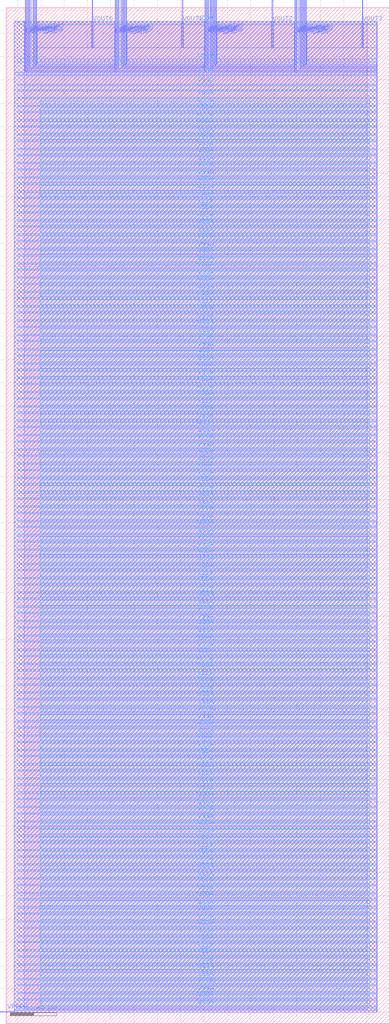
<source format=lef>
VERSION 5.7 ;
  NOWIREEXTENSIONATPIN ON ;
  DIVIDERCHAR "/" ;
  BUSBITCHARS "[]" ;
MACRO dac_top
  CLASS BLOCK ;
  FOREIGN dac_top ;
  ORIGIN 5.000 5.000 ;
  SIZE 164.520 BY 436.055 ;
  PIN VDDA
    DIRECTION INOUT ;
    USE POWER ;
    PORT
      LAYER met3 ;
        RECT 0.000 423.615 154.520 425.115 ;
    END
    PORT
      LAYER met3 ;
        RECT 0.000 401.915 154.520 402.415 ;
    END
    PORT
      LAYER met3 ;
        RECT 0.000 5.155 154.520 5.855 ;
    END
    PORT
      LAYER met3 ;
        RECT 0.000 11.295 154.520 11.995 ;
    END
    PORT
      LAYER met3 ;
        RECT 0.000 17.435 154.520 18.135 ;
    END
    PORT
      LAYER met3 ;
        RECT 0.000 23.575 154.520 24.275 ;
    END
    PORT
      LAYER met3 ;
        RECT 0.000 29.715 154.520 30.415 ;
    END
    PORT
      LAYER met3 ;
        RECT 0.000 35.855 154.520 36.555 ;
    END
    PORT
      LAYER met3 ;
        RECT 0.000 41.995 154.520 42.695 ;
    END
    PORT
      LAYER met3 ;
        RECT 0.000 48.135 154.520 48.835 ;
    END
    PORT
      LAYER met3 ;
        RECT 0.000 54.275 154.520 54.975 ;
    END
    PORT
      LAYER met3 ;
        RECT 0.000 60.415 154.520 61.115 ;
    END
    PORT
      LAYER met3 ;
        RECT 0.000 66.555 154.520 67.255 ;
    END
    PORT
      LAYER met3 ;
        RECT 0.000 72.695 154.520 73.395 ;
    END
    PORT
      LAYER met3 ;
        RECT 0.000 78.835 154.520 79.535 ;
    END
    PORT
      LAYER met3 ;
        RECT 0.000 84.975 154.520 85.675 ;
    END
    PORT
      LAYER met3 ;
        RECT 0.000 91.115 154.520 91.815 ;
    END
    PORT
      LAYER met3 ;
        RECT 0.000 97.255 154.520 97.955 ;
    END
    PORT
      LAYER met3 ;
        RECT 0.000 103.395 154.520 104.095 ;
    END
    PORT
      LAYER met3 ;
        RECT 0.000 109.535 154.520 110.235 ;
    END
    PORT
      LAYER met3 ;
        RECT 0.000 115.675 154.520 116.375 ;
    END
    PORT
      LAYER met3 ;
        RECT 0.000 121.815 154.520 122.515 ;
    END
    PORT
      LAYER met3 ;
        RECT 0.000 127.955 154.520 128.655 ;
    END
    PORT
      LAYER met3 ;
        RECT 0.000 134.095 154.520 134.795 ;
    END
    PORT
      LAYER met3 ;
        RECT 0.000 140.235 154.520 140.935 ;
    END
    PORT
      LAYER met3 ;
        RECT 0.000 146.375 154.520 147.075 ;
    END
    PORT
      LAYER met3 ;
        RECT 0.000 152.515 154.520 153.215 ;
    END
    PORT
      LAYER met3 ;
        RECT 0.000 158.655 154.520 159.355 ;
    END
    PORT
      LAYER met3 ;
        RECT 0.000 164.795 154.520 165.495 ;
    END
    PORT
      LAYER met3 ;
        RECT 0.000 170.935 154.520 171.635 ;
    END
    PORT
      LAYER met3 ;
        RECT 0.000 177.075 154.520 177.775 ;
    END
    PORT
      LAYER met3 ;
        RECT 0.000 183.215 154.520 183.915 ;
    END
    PORT
      LAYER met3 ;
        RECT 0.000 189.355 154.520 190.055 ;
    END
    PORT
      LAYER met3 ;
        RECT 0.000 195.495 154.520 196.195 ;
    END
    PORT
      LAYER met3 ;
        RECT 0.000 201.635 154.520 202.335 ;
    END
    PORT
      LAYER met3 ;
        RECT 0.000 207.775 154.520 208.475 ;
    END
    PORT
      LAYER met3 ;
        RECT 0.000 213.915 154.520 214.615 ;
    END
    PORT
      LAYER met3 ;
        RECT 0.000 220.055 154.520 220.755 ;
    END
    PORT
      LAYER met3 ;
        RECT 0.000 226.195 154.520 226.895 ;
    END
    PORT
      LAYER met3 ;
        RECT 0.000 232.335 154.520 233.035 ;
    END
    PORT
      LAYER met3 ;
        RECT 0.000 238.475 154.520 239.175 ;
    END
    PORT
      LAYER met3 ;
        RECT 0.000 244.615 154.520 245.315 ;
    END
    PORT
      LAYER met3 ;
        RECT 0.000 250.755 154.520 251.455 ;
    END
    PORT
      LAYER met3 ;
        RECT 0.000 256.895 154.520 257.595 ;
    END
    PORT
      LAYER met3 ;
        RECT 0.000 263.035 154.520 263.735 ;
    END
    PORT
      LAYER met3 ;
        RECT 0.000 269.175 154.520 269.875 ;
    END
    PORT
      LAYER met3 ;
        RECT 0.000 275.315 154.520 276.015 ;
    END
    PORT
      LAYER met3 ;
        RECT 0.000 281.455 154.520 282.155 ;
    END
    PORT
      LAYER met3 ;
        RECT 0.000 287.595 154.520 288.295 ;
    END
    PORT
      LAYER met3 ;
        RECT 0.000 293.735 154.520 294.435 ;
    END
    PORT
      LAYER met3 ;
        RECT 0.000 299.875 154.520 300.575 ;
    END
    PORT
      LAYER met3 ;
        RECT 0.000 306.015 154.520 306.715 ;
    END
    PORT
      LAYER met3 ;
        RECT 0.000 312.155 154.520 312.855 ;
    END
    PORT
      LAYER met3 ;
        RECT 0.000 318.295 154.520 318.995 ;
    END
    PORT
      LAYER met3 ;
        RECT 0.000 324.435 154.520 325.135 ;
    END
    PORT
      LAYER met3 ;
        RECT 0.000 330.575 154.520 331.275 ;
    END
    PORT
      LAYER met3 ;
        RECT 0.000 336.715 154.520 337.415 ;
    END
    PORT
      LAYER met3 ;
        RECT 0.000 342.855 154.520 343.555 ;
    END
    PORT
      LAYER met3 ;
        RECT 0.000 348.995 154.520 349.695 ;
    END
    PORT
      LAYER met3 ;
        RECT 0.000 355.135 154.520 355.835 ;
    END
    PORT
      LAYER met3 ;
        RECT 0.000 361.275 154.520 361.975 ;
    END
    PORT
      LAYER met3 ;
        RECT 0.000 367.415 154.520 368.115 ;
    END
    PORT
      LAYER met3 ;
        RECT 0.000 373.555 154.520 374.255 ;
    END
    PORT
      LAYER met3 ;
        RECT 0.000 379.695 154.520 380.395 ;
    END
    PORT
      LAYER met3 ;
        RECT 0.000 385.835 154.520 386.535 ;
    END
    PORT
      LAYER met3 ;
        RECT 0.000 391.975 154.520 392.675 ;
    END
  END VDDA
  PIN VSSA
    DIRECTION INOUT ;
    USE GROUND ;
    PORT
      LAYER met3 ;
        RECT 0.000 407.565 154.520 409.065 ;
    END
    PORT
      LAYER met3 ;
        RECT 0.000 1.705 154.520 2.405 ;
    END
    PORT
      LAYER met3 ;
        RECT 0.000 7.845 154.520 8.545 ;
    END
    PORT
      LAYER met3 ;
        RECT 0.000 13.985 154.520 14.685 ;
    END
    PORT
      LAYER met3 ;
        RECT 0.000 20.125 154.520 20.825 ;
    END
    PORT
      LAYER met3 ;
        RECT 0.000 26.265 154.520 26.965 ;
    END
    PORT
      LAYER met3 ;
        RECT 0.000 32.405 154.520 33.105 ;
    END
    PORT
      LAYER met3 ;
        RECT 0.000 38.545 154.520 39.245 ;
    END
    PORT
      LAYER met3 ;
        RECT 0.000 44.685 154.520 45.385 ;
    END
    PORT
      LAYER met3 ;
        RECT 0.000 50.825 154.520 51.525 ;
    END
    PORT
      LAYER met3 ;
        RECT 0.000 56.965 154.520 57.665 ;
    END
    PORT
      LAYER met3 ;
        RECT 0.000 63.105 154.520 63.805 ;
    END
    PORT
      LAYER met3 ;
        RECT 0.000 69.245 154.520 69.945 ;
    END
    PORT
      LAYER met3 ;
        RECT 0.000 75.385 154.520 76.085 ;
    END
    PORT
      LAYER met3 ;
        RECT 0.000 81.525 154.520 82.225 ;
    END
    PORT
      LAYER met3 ;
        RECT 0.000 87.665 154.520 88.365 ;
    END
    PORT
      LAYER met3 ;
        RECT 0.000 93.805 154.520 94.505 ;
    END
    PORT
      LAYER met3 ;
        RECT 0.000 99.945 154.520 100.645 ;
    END
    PORT
      LAYER met3 ;
        RECT 0.000 106.085 154.520 106.785 ;
    END
    PORT
      LAYER met3 ;
        RECT 0.000 112.225 154.520 112.925 ;
    END
    PORT
      LAYER met3 ;
        RECT 0.000 118.365 154.520 119.065 ;
    END
    PORT
      LAYER met3 ;
        RECT 0.000 124.505 154.520 125.205 ;
    END
    PORT
      LAYER met3 ;
        RECT 0.000 130.645 154.520 131.345 ;
    END
    PORT
      LAYER met3 ;
        RECT 0.000 136.785 154.520 137.485 ;
    END
    PORT
      LAYER met3 ;
        RECT 0.000 142.925 154.520 143.625 ;
    END
    PORT
      LAYER met3 ;
        RECT 0.000 149.065 154.520 149.765 ;
    END
    PORT
      LAYER met3 ;
        RECT 0.000 155.205 154.520 155.905 ;
    END
    PORT
      LAYER met3 ;
        RECT 0.000 161.345 154.520 162.045 ;
    END
    PORT
      LAYER met3 ;
        RECT 0.000 167.485 154.520 168.185 ;
    END
    PORT
      LAYER met3 ;
        RECT 0.000 173.625 154.520 174.325 ;
    END
    PORT
      LAYER met3 ;
        RECT 0.000 179.765 154.520 180.465 ;
    END
    PORT
      LAYER met3 ;
        RECT 0.000 185.905 154.520 186.605 ;
    END
    PORT
      LAYER met3 ;
        RECT 0.000 192.045 154.520 192.745 ;
    END
    PORT
      LAYER met3 ;
        RECT 0.000 198.185 154.520 198.885 ;
    END
    PORT
      LAYER met3 ;
        RECT 0.000 204.325 154.520 205.025 ;
    END
    PORT
      LAYER met3 ;
        RECT 0.000 210.465 154.520 211.165 ;
    END
    PORT
      LAYER met3 ;
        RECT 0.000 216.605 154.520 217.305 ;
    END
    PORT
      LAYER met3 ;
        RECT 0.000 222.745 154.520 223.445 ;
    END
    PORT
      LAYER met3 ;
        RECT 0.000 228.885 154.520 229.585 ;
    END
    PORT
      LAYER met3 ;
        RECT 0.000 235.025 154.520 235.725 ;
    END
    PORT
      LAYER met3 ;
        RECT 0.000 241.165 154.520 241.865 ;
    END
    PORT
      LAYER met3 ;
        RECT 0.000 247.305 154.520 248.005 ;
    END
    PORT
      LAYER met3 ;
        RECT 0.000 253.445 154.520 254.145 ;
    END
    PORT
      LAYER met3 ;
        RECT 0.000 259.585 154.520 260.285 ;
    END
    PORT
      LAYER met3 ;
        RECT 0.000 265.725 154.520 266.425 ;
    END
    PORT
      LAYER met3 ;
        RECT 0.000 271.865 154.520 272.565 ;
    END
    PORT
      LAYER met3 ;
        RECT 0.000 278.005 154.520 278.705 ;
    END
    PORT
      LAYER met3 ;
        RECT 0.000 284.145 154.520 284.845 ;
    END
    PORT
      LAYER met3 ;
        RECT 0.000 290.285 154.520 290.985 ;
    END
    PORT
      LAYER met3 ;
        RECT 0.000 296.425 154.520 297.125 ;
    END
    PORT
      LAYER met3 ;
        RECT 0.000 302.565 154.520 303.265 ;
    END
    PORT
      LAYER met3 ;
        RECT 0.000 308.705 154.520 309.405 ;
    END
    PORT
      LAYER met3 ;
        RECT 0.000 314.845 154.520 315.545 ;
    END
    PORT
      LAYER met3 ;
        RECT 0.000 320.985 154.520 321.685 ;
    END
    PORT
      LAYER met3 ;
        RECT 0.000 327.125 154.520 327.825 ;
    END
    PORT
      LAYER met3 ;
        RECT 0.000 333.265 154.520 333.965 ;
    END
    PORT
      LAYER met3 ;
        RECT 0.000 339.405 154.520 340.105 ;
    END
    PORT
      LAYER met3 ;
        RECT 0.000 345.545 154.520 346.245 ;
    END
    PORT
      LAYER met3 ;
        RECT 0.000 351.685 154.520 352.385 ;
    END
    PORT
      LAYER met3 ;
        RECT 0.000 357.825 154.520 358.525 ;
    END
    PORT
      LAYER met3 ;
        RECT 0.000 363.965 154.520 364.665 ;
    END
    PORT
      LAYER met3 ;
        RECT 0.000 370.105 154.520 370.805 ;
    END
    PORT
      LAYER met3 ;
        RECT 0.000 376.245 154.520 376.945 ;
    END
    PORT
      LAYER met3 ;
        RECT 0.000 382.385 154.520 383.085 ;
    END
    PORT
      LAYER met3 ;
        RECT 0.000 388.525 154.520 389.225 ;
    END
  END VSSA
  PIN VCCD
    DIRECTION INOUT ;
    USE POWER ;
    PORT
      LAYER met3 ;
        RECT 0.000 395.265 154.520 395.765 ;
    END
  END VCCD
  PIN VSSD
    DIRECTION INOUT ;
    USE GROUND ;
    PORT
      LAYER met3 ;
        RECT 0.000 397.565 154.520 398.065 ;
    END
  END VSSD
  PIN VREFH
    DIRECTION INPUT ;
    USE SIGNAL ;
    PORT
      LAYER met2 ;
        RECT -7.600 0.000 -1.500 0.500 ;
    END
  END VREFH
  PIN Din0[0]
    DIRECTION INPUT ;
    USE SIGNAL ;
    PORT
      LAYER met2 ;
        RECT 3.210 403.645 3.410 434.300 ;
    END
  END Din0[0]
  PIN Din0[1]
    DIRECTION INPUT ;
    USE SIGNAL ;
    PORT
      LAYER met2 ;
        RECT 3.900 404.095 4.100 434.300 ;
    END
  END Din0[1]
  PIN Din0[2]
    DIRECTION INPUT ;
    USE SIGNAL ;
    PORT
      LAYER met2 ;
        RECT 4.580 404.545 4.780 434.300 ;
    END
  END Din0[2]
  PIN Din0[3]
    DIRECTION INPUT ;
    USE SIGNAL ;
    PORT
      LAYER met2 ;
        RECT 5.250 404.995 5.450 434.300 ;
    END
  END Din0[3]
  PIN Din0[4]
    DIRECTION INPUT ;
    USE SIGNAL ;
    PORT
      LAYER met2 ;
        RECT 5.910 405.455 6.110 434.300 ;
    END
  END Din0[4]
  PIN Din0[5]
    DIRECTION INPUT ;
    USE SIGNAL ;
    PORT
      LAYER met2 ;
        RECT 6.570 405.955 6.770 434.300 ;
    END
  END Din0[5]
  PIN Din0[6]
    DIRECTION INPUT ;
    USE SIGNAL ;
    PORT
      LAYER met2 ;
        RECT 7.230 406.445 7.430 434.300 ;
    END
  END Din0[6]
  PIN Din0[7]
    DIRECTION INPUT ;
    USE SIGNAL ;
    PORT
      LAYER met2 ;
        RECT 7.900 406.985 8.100 434.300 ;
    END
  END Din0[7]
  PIN VOUT0
    DIRECTION OUTPUT ;
    USE SIGNAL ;
    PORT
      LAYER met2 ;
        RECT 32.040 414.115 32.280 434.300 ;
    END
  END VOUT0
  PIN Din1[0]
    DIRECTION INPUT ;
    USE SIGNAL ;
    PORT
      LAYER met2 ;
        RECT 41.840 403.645 42.040 434.300 ;
    END
  END Din1[0]
  PIN Din1[1]
    DIRECTION INPUT ;
    USE SIGNAL ;
    PORT
      LAYER met2 ;
        RECT 42.530 404.095 42.730 434.300 ;
    END
  END Din1[1]
  PIN Din1[2]
    DIRECTION INPUT ;
    USE SIGNAL ;
    PORT
      LAYER met2 ;
        RECT 43.210 404.545 43.410 434.300 ;
    END
  END Din1[2]
  PIN Din1[3]
    DIRECTION INPUT ;
    USE SIGNAL ;
    PORT
      LAYER met2 ;
        RECT 43.880 404.995 44.080 434.300 ;
    END
  END Din1[3]
  PIN Din1[4]
    DIRECTION INPUT ;
    USE SIGNAL ;
    PORT
      LAYER met2 ;
        RECT 44.540 405.455 44.740 434.300 ;
    END
  END Din1[4]
  PIN Din1[5]
    DIRECTION INPUT ;
    USE SIGNAL ;
    PORT
      LAYER met2 ;
        RECT 45.200 405.955 45.400 434.300 ;
    END
  END Din1[5]
  PIN Din1[6]
    DIRECTION INPUT ;
    USE SIGNAL ;
    PORT
      LAYER met2 ;
        RECT 45.860 406.445 46.060 434.300 ;
    END
  END Din1[6]
  PIN Din1[7]
    DIRECTION INPUT ;
    USE SIGNAL ;
    PORT
      LAYER met2 ;
        RECT 46.530 406.985 46.730 434.300 ;
    END
  END Din1[7]
  PIN VOUT1
    DIRECTION OUTPUT ;
    USE SIGNAL ;
    PORT
      LAYER met2 ;
        RECT 70.670 414.115 70.910 434.300 ;
    END
  END VOUT1
  PIN Din2[0]
    DIRECTION INPUT ;
    USE SIGNAL ;
    PORT
      LAYER met2 ;
        RECT 80.470 403.645 80.670 434.300 ;
    END
  END Din2[0]
  PIN Din2[1]
    DIRECTION INPUT ;
    USE SIGNAL ;
    PORT
      LAYER met2 ;
        RECT 81.160 404.095 81.360 434.300 ;
    END
  END Din2[1]
  PIN Din2[2]
    DIRECTION INPUT ;
    USE SIGNAL ;
    PORT
      LAYER met2 ;
        RECT 81.840 404.545 82.040 434.300 ;
    END
  END Din2[2]
  PIN Din2[3]
    DIRECTION INPUT ;
    USE SIGNAL ;
    PORT
      LAYER met2 ;
        RECT 82.510 404.995 82.710 434.300 ;
    END
  END Din2[3]
  PIN Din2[4]
    DIRECTION INPUT ;
    USE SIGNAL ;
    PORT
      LAYER met2 ;
        RECT 83.170 405.455 83.370 434.300 ;
    END
  END Din2[4]
  PIN Din2[5]
    DIRECTION INPUT ;
    USE SIGNAL ;
    PORT
      LAYER met2 ;
        RECT 83.830 405.955 84.030 434.300 ;
    END
  END Din2[5]
  PIN Din2[6]
    DIRECTION INPUT ;
    USE SIGNAL ;
    PORT
      LAYER met2 ;
        RECT 84.490 406.445 84.690 434.300 ;
    END
  END Din2[6]
  PIN Din2[7]
    DIRECTION INPUT ;
    USE SIGNAL ;
    PORT
      LAYER met2 ;
        RECT 85.160 406.985 85.360 434.300 ;
    END
  END Din2[7]
  PIN VOUT2
    DIRECTION OUTPUT ;
    USE SIGNAL ;
    PORT
      LAYER met2 ;
        RECT 109.300 414.115 109.540 434.300 ;
    END
  END VOUT2
  PIN Din3[0]
    DIRECTION INPUT ;
    USE SIGNAL ;
    PORT
      LAYER met2 ;
        RECT 119.100 403.645 119.300 434.300 ;
    END
  END Din3[0]
  PIN Din3[1]
    DIRECTION INPUT ;
    USE SIGNAL ;
    PORT
      LAYER met2 ;
        RECT 119.790 404.095 119.990 434.300 ;
    END
  END Din3[1]
  PIN Din3[2]
    DIRECTION INPUT ;
    USE SIGNAL ;
    PORT
      LAYER met2 ;
        RECT 120.470 404.545 120.670 434.300 ;
    END
  END Din3[2]
  PIN Din3[3]
    DIRECTION INPUT ;
    USE SIGNAL ;
    PORT
      LAYER met2 ;
        RECT 121.140 404.995 121.340 434.300 ;
    END
  END Din3[3]
  PIN Din3[4]
    DIRECTION INPUT ;
    USE SIGNAL ;
    PORT
      LAYER met2 ;
        RECT 121.800 405.455 122.000 434.300 ;
    END
  END Din3[4]
  PIN Din3[5]
    DIRECTION INPUT ;
    USE SIGNAL ;
    PORT
      LAYER met2 ;
        RECT 122.460 405.955 122.660 434.300 ;
    END
  END Din3[5]
  PIN Din3[6]
    DIRECTION INPUT ;
    USE SIGNAL ;
    PORT
      LAYER met2 ;
        RECT 123.120 406.445 123.320 434.300 ;
    END
  END Din3[6]
  PIN Din3[7]
    DIRECTION INPUT ;
    USE SIGNAL ;
    PORT
      LAYER met2 ;
        RECT 123.790 406.985 123.990 434.300 ;
    END
  END Din3[7]
  PIN VOUT3
    DIRECTION OUTPUT ;
    USE SIGNAL ;
    PORT
      LAYER met2 ;
        RECT 147.930 414.115 148.170 434.300 ;
    END
  END VOUT3
  OBS
      LAYER li1 ;
        RECT 2.710 1.210 150.200 425.115 ;
      LAYER met1 ;
        RECT -1.530 0.000 154.520 425.115 ;
      LAYER met2 ;
        RECT -1.500 403.365 2.930 425.115 ;
        RECT 8.380 413.835 31.760 425.115 ;
        RECT 32.560 413.835 41.560 425.115 ;
        RECT 8.380 406.705 41.560 413.835 ;
        RECT 47.010 413.835 70.390 425.115 ;
        RECT 71.190 413.835 80.190 425.115 ;
        RECT 47.010 406.705 80.190 413.835 ;
        RECT 85.640 413.835 109.020 425.115 ;
        RECT 109.820 413.835 118.820 425.115 ;
        RECT 85.640 406.705 118.820 413.835 ;
        RECT 124.270 413.835 147.650 425.115 ;
        RECT 148.450 413.835 154.180 425.115 ;
        RECT 124.270 406.705 154.180 413.835 ;
        RECT 7.710 406.165 41.560 406.705 ;
        RECT 46.340 406.165 80.190 406.705 ;
        RECT 84.970 406.165 118.820 406.705 ;
        RECT 123.600 406.165 154.180 406.705 ;
        RECT 7.050 405.675 41.560 406.165 ;
        RECT 45.680 405.675 80.190 406.165 ;
        RECT 84.310 405.675 118.820 406.165 ;
        RECT 122.940 405.675 154.180 406.165 ;
        RECT 6.390 405.175 41.560 405.675 ;
        RECT 45.020 405.175 80.190 405.675 ;
        RECT 83.650 405.175 118.820 405.675 ;
        RECT 122.280 405.175 154.180 405.675 ;
        RECT 5.730 404.715 41.560 405.175 ;
        RECT 44.360 404.715 80.190 405.175 ;
        RECT 82.990 404.715 118.820 405.175 ;
        RECT 121.620 404.715 154.180 405.175 ;
        RECT 5.060 404.265 41.560 404.715 ;
        RECT 43.690 404.265 80.190 404.715 ;
        RECT 82.320 404.265 118.820 404.715 ;
        RECT 120.950 404.265 154.180 404.715 ;
        RECT 4.380 403.815 41.560 404.265 ;
        RECT 43.010 403.815 80.190 404.265 ;
        RECT 81.640 403.815 118.820 404.265 ;
        RECT 120.270 403.815 154.180 404.265 ;
        RECT 3.690 403.365 41.560 403.815 ;
        RECT 42.320 403.365 80.190 403.815 ;
        RECT 80.950 403.365 118.820 403.815 ;
        RECT 119.580 403.365 154.180 403.815 ;
        RECT -1.500 0.780 154.180 403.365 ;
        RECT -1.220 -0.030 154.180 0.780 ;
      LAYER met3 ;
        RECT 9.635 389.625 151.310 390.970 ;
        RECT 9.635 386.935 151.310 388.125 ;
        RECT 9.635 383.485 151.310 385.435 ;
        RECT 9.635 380.795 151.310 381.985 ;
        RECT 9.635 377.345 151.310 379.295 ;
        RECT 9.635 374.655 151.310 375.845 ;
        RECT 9.635 371.205 151.310 373.155 ;
        RECT 9.635 368.515 151.310 369.705 ;
        RECT 9.635 365.065 151.310 367.015 ;
        RECT 9.635 362.375 151.310 363.565 ;
        RECT 9.635 358.925 151.310 360.875 ;
        RECT 9.635 356.235 151.310 357.425 ;
        RECT 9.635 352.785 151.310 354.735 ;
        RECT 9.635 350.095 151.310 351.285 ;
        RECT 9.635 346.645 151.310 348.595 ;
        RECT 9.635 343.955 151.310 345.145 ;
        RECT 9.635 340.505 151.310 342.455 ;
        RECT 9.635 337.815 151.310 339.005 ;
        RECT 9.635 334.365 151.310 336.315 ;
        RECT 9.635 331.675 151.310 332.865 ;
        RECT 9.635 328.225 151.310 330.175 ;
        RECT 9.635 325.535 151.310 326.725 ;
        RECT 9.635 322.085 151.310 324.035 ;
        RECT 9.635 319.395 151.310 320.585 ;
        RECT 9.635 315.945 151.310 317.895 ;
        RECT 9.635 313.255 151.310 314.445 ;
        RECT 9.635 309.805 151.310 311.755 ;
        RECT 9.635 307.115 151.310 308.305 ;
        RECT 9.635 303.665 151.310 305.615 ;
        RECT 9.635 300.975 151.310 302.165 ;
        RECT 9.635 297.525 151.310 299.475 ;
        RECT 9.635 294.835 151.310 296.025 ;
        RECT 9.635 291.385 151.310 293.335 ;
        RECT 9.635 288.695 151.310 289.885 ;
        RECT 9.635 285.245 151.310 287.195 ;
        RECT 9.635 282.555 151.310 283.745 ;
        RECT 9.635 279.105 151.310 281.055 ;
        RECT 9.635 276.415 151.310 277.605 ;
        RECT 9.635 272.965 151.310 274.915 ;
        RECT 9.635 270.275 151.310 271.465 ;
        RECT 9.635 266.825 151.310 268.775 ;
        RECT 9.635 264.135 151.310 265.325 ;
        RECT 9.635 260.685 151.310 262.635 ;
        RECT 9.635 257.995 151.310 259.185 ;
        RECT 9.635 254.545 151.310 256.495 ;
        RECT 9.635 251.855 151.310 253.045 ;
        RECT 9.635 248.405 151.310 250.355 ;
        RECT 9.635 245.715 151.310 246.905 ;
        RECT 9.635 242.265 151.310 244.215 ;
        RECT 9.635 239.575 151.310 240.765 ;
        RECT 9.635 236.125 151.310 238.075 ;
        RECT 9.635 233.435 151.310 234.625 ;
        RECT 9.635 229.985 151.310 231.935 ;
        RECT 9.635 227.295 151.310 228.485 ;
        RECT 9.635 223.845 151.310 225.795 ;
        RECT 9.635 221.155 151.310 222.345 ;
        RECT 9.635 217.705 151.310 219.655 ;
        RECT 9.635 215.015 151.310 216.205 ;
        RECT 9.635 211.565 151.310 213.515 ;
        RECT 9.635 208.875 151.310 210.065 ;
        RECT 9.635 205.425 151.310 207.375 ;
        RECT 9.635 202.735 151.310 203.925 ;
        RECT 9.635 199.285 151.310 201.235 ;
        RECT 9.635 196.595 151.310 197.785 ;
        RECT 9.635 193.145 151.310 195.095 ;
        RECT 9.635 190.455 151.310 191.645 ;
        RECT 9.635 187.005 151.310 188.955 ;
        RECT 9.635 184.315 151.310 185.505 ;
        RECT 9.635 180.865 151.310 182.815 ;
        RECT 9.635 178.175 151.310 179.365 ;
        RECT 9.635 174.725 151.310 176.675 ;
        RECT 9.635 172.035 151.310 173.225 ;
        RECT 9.635 168.585 151.310 170.535 ;
        RECT 9.635 165.895 151.310 167.085 ;
        RECT 9.635 162.445 151.310 164.395 ;
        RECT 9.635 159.755 151.310 160.945 ;
        RECT 9.635 156.305 151.310 158.255 ;
        RECT 9.635 153.615 151.310 154.805 ;
        RECT 9.635 150.165 151.310 152.115 ;
        RECT 9.635 147.475 151.310 148.665 ;
        RECT 9.635 144.025 151.310 145.975 ;
        RECT 9.635 141.335 151.310 142.525 ;
        RECT 9.635 137.885 151.310 139.835 ;
        RECT 9.635 135.195 151.310 136.385 ;
        RECT 9.635 131.745 151.310 133.695 ;
        RECT 9.635 129.055 151.310 130.245 ;
        RECT 9.635 125.605 151.310 127.555 ;
        RECT 9.635 122.915 151.310 124.105 ;
        RECT 9.635 119.465 151.310 121.415 ;
        RECT 9.635 116.775 151.310 117.965 ;
        RECT 9.635 113.325 151.310 115.275 ;
        RECT 9.635 110.635 151.310 111.825 ;
        RECT 9.635 107.185 151.310 109.135 ;
        RECT 9.635 104.495 151.310 105.685 ;
        RECT 9.635 101.045 151.310 102.995 ;
        RECT 9.635 98.355 151.310 99.545 ;
        RECT 9.635 94.905 151.310 96.855 ;
        RECT 9.635 92.215 151.310 93.405 ;
        RECT 9.635 88.765 151.310 90.715 ;
        RECT 9.635 86.075 151.310 87.265 ;
        RECT 9.635 82.625 151.310 84.575 ;
        RECT 9.635 79.935 151.310 81.125 ;
        RECT 9.635 76.485 151.310 78.435 ;
        RECT 9.635 73.795 151.310 74.985 ;
        RECT 9.635 70.345 151.310 72.295 ;
        RECT 9.635 67.655 151.310 68.845 ;
        RECT 9.635 64.205 151.310 66.155 ;
        RECT 9.635 61.515 151.310 62.705 ;
        RECT 9.635 58.065 151.310 60.015 ;
        RECT 9.635 55.375 151.310 56.565 ;
        RECT 9.635 51.925 151.310 53.875 ;
        RECT 9.635 49.235 151.310 50.425 ;
        RECT 9.635 45.785 151.310 47.735 ;
        RECT 9.635 43.095 151.310 44.285 ;
        RECT 9.635 39.645 151.310 41.595 ;
        RECT 9.635 36.955 151.310 38.145 ;
        RECT 9.635 33.505 151.310 35.455 ;
        RECT 9.635 30.815 151.310 32.005 ;
        RECT 9.635 27.365 151.310 29.315 ;
        RECT 9.635 24.675 151.310 25.865 ;
        RECT 9.635 21.225 151.310 23.175 ;
        RECT 9.635 18.535 151.310 19.725 ;
        RECT 9.635 15.085 151.310 17.035 ;
        RECT 9.635 12.395 151.310 13.585 ;
        RECT 9.635 8.945 151.310 10.895 ;
        RECT 9.635 6.255 151.310 7.445 ;
        RECT 9.635 2.805 151.310 4.755 ;
  END
END dac_top
END LIBRARY


</source>
